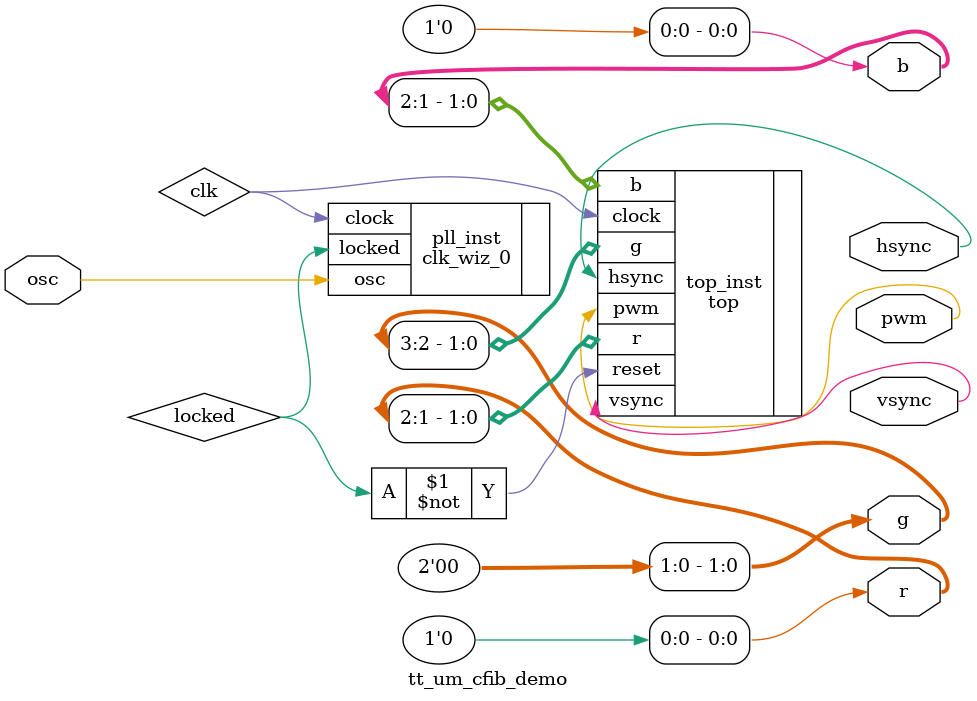
<source format=v>
`default_nettype none
module tt_um_cfib_demo (
    output wire [2:0] r,
    output wire [3:0] g,
    output wire [2:0] b,
    output wire hsync,
    output wire vsync,
    output wire pwm,
    input  wire osc // clock
);

    wire clk;
    wire locked;

    clk_wiz_0 pll_inst(.osc(osc),.clock(clk),.locked(locked));
    
    assign r[0] = 1'b0;
    assign b[0] = 1'b0;
    assign g[1:0] = 2'b0;

    top top_inst(.clock(clk), .reset(~locked),  .hsync(hsync), .vsync(vsync),
                                                .r(r[2:1]), .g(g[3:2]), .b(b[2:1]),
                                                .pwm(pwm));

endmodule

</source>
